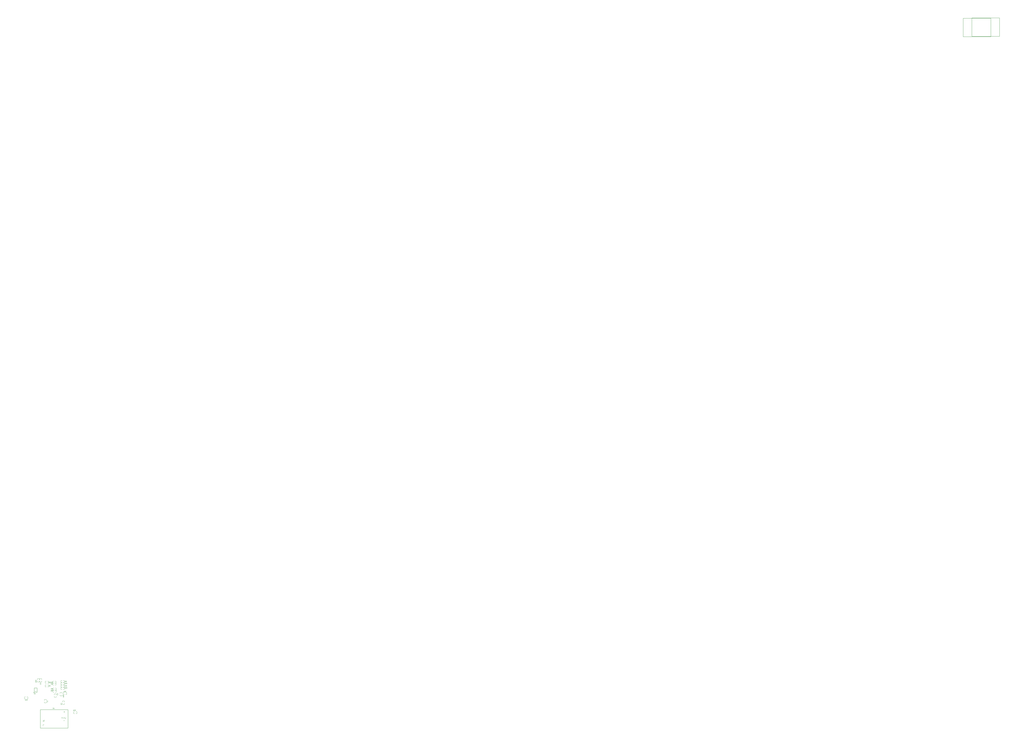
<source format=gbo>
G04 Layer: BottomSilkLayer*
G04 EasyEDA v6.4.19.4, 2021-06-14T19:23:21+03:00*
G04 c287602e535a46618d334795f056a235,b3268d441ec746f5bebdd9f8aa6dfed9,10*
G04 Gerber Generator version 0.2*
G04 Scale: 100 percent, Rotated: No, Reflected: No *
G04 Dimensions in millimeters *
G04 leading zeros omitted , absolute positions ,4 integer and 5 decimal *
%FSLAX45Y45*%
%MOMM*%

%ADD10C,0.2540*%
%ADD32C,0.1999*%
%ADD34C,0.2032*%
%ADD36C,0.1778*%

%LPD*%
D36*
X3862783Y-812779D02*
G01*
X3862783Y-921745D01*
X3862783Y-812779D02*
G01*
X3816047Y-812779D01*
X3800553Y-817859D01*
X3795219Y-822939D01*
X3790139Y-833353D01*
X3790139Y-843767D01*
X3795219Y-854181D01*
X3800553Y-859515D01*
X3816047Y-864595D01*
X3862783Y-864595D01*
X3826461Y-864595D02*
G01*
X3790139Y-921745D01*
X3750515Y-838687D02*
G01*
X3750515Y-833353D01*
X3745435Y-822939D01*
X3740101Y-817859D01*
X3729687Y-812779D01*
X3709113Y-812779D01*
X3698699Y-817859D01*
X3693365Y-822939D01*
X3688285Y-833353D01*
X3688285Y-843767D01*
X3693365Y-854181D01*
X3703779Y-869929D01*
X3755849Y-921745D01*
X3682951Y-921745D01*
X3841551Y-1193779D02*
G01*
X3841551Y-1302745D01*
X3841551Y-1193779D02*
G01*
X3794815Y-1193779D01*
X3779321Y-1198859D01*
X3773987Y-1203939D01*
X3768907Y-1214353D01*
X3768907Y-1224767D01*
X3773987Y-1235181D01*
X3779321Y-1240515D01*
X3794815Y-1245595D01*
X3841551Y-1245595D01*
X3805229Y-1245595D02*
G01*
X3768907Y-1302745D01*
X3734617Y-1214353D02*
G01*
X3724203Y-1209273D01*
X3708455Y-1193779D01*
X3708455Y-1302745D01*
X4096545Y-1523979D02*
G01*
X4096545Y-1632945D01*
X4096545Y-1523979D02*
G01*
X4049809Y-1523979D01*
X4034315Y-1529059D01*
X4028981Y-1534139D01*
X4023901Y-1544553D01*
X4023901Y-1554967D01*
X4028981Y-1565381D01*
X4034315Y-1570715D01*
X4049809Y-1575795D01*
X4096545Y-1575795D01*
X4060223Y-1575795D02*
G01*
X4023901Y-1632945D01*
X3937541Y-1523979D02*
G01*
X3989611Y-1596623D01*
X3911633Y-1596623D01*
X3937541Y-1523979D02*
G01*
X3937541Y-1632945D01*
X4091383Y-812779D02*
G01*
X4091383Y-921745D01*
X4091383Y-812779D02*
G01*
X4044647Y-812779D01*
X4029153Y-817859D01*
X4023819Y-822939D01*
X4018739Y-833353D01*
X4018739Y-843767D01*
X4023819Y-854181D01*
X4029153Y-859515D01*
X4044647Y-864595D01*
X4091383Y-864595D01*
X4055061Y-864595D02*
G01*
X4018739Y-921745D01*
X3921965Y-812779D02*
G01*
X3974035Y-812779D01*
X3979115Y-859515D01*
X3974035Y-854181D01*
X3958287Y-849101D01*
X3942793Y-849101D01*
X3927299Y-854181D01*
X3916885Y-864595D01*
X3911551Y-880089D01*
X3911551Y-890503D01*
X3916885Y-906251D01*
X3927299Y-916665D01*
X3942793Y-921745D01*
X3958287Y-921745D01*
X3974035Y-916665D01*
X3979115Y-911331D01*
X3984449Y-900917D01*
X4086125Y-1727179D02*
G01*
X4086125Y-1836145D01*
X4086125Y-1727179D02*
G01*
X4039389Y-1727179D01*
X4023895Y-1732259D01*
X4018561Y-1737339D01*
X4013481Y-1747753D01*
X4013481Y-1758167D01*
X4018561Y-1768581D01*
X4023895Y-1773915D01*
X4039389Y-1778995D01*
X4086125Y-1778995D01*
X4049803Y-1778995D02*
G01*
X4013481Y-1836145D01*
X3916707Y-1742673D02*
G01*
X3922041Y-1732259D01*
X3937535Y-1727179D01*
X3947949Y-1727179D01*
X3963443Y-1732259D01*
X3973857Y-1747753D01*
X3979191Y-1773915D01*
X3979191Y-1799823D01*
X3973857Y-1820651D01*
X3963443Y-1831065D01*
X3947949Y-1836145D01*
X3942615Y-1836145D01*
X3927121Y-1831065D01*
X3916707Y-1820651D01*
X3911627Y-1804903D01*
X3911627Y-1799823D01*
X3916707Y-1784329D01*
X3927121Y-1773915D01*
X3942615Y-1768581D01*
X3947949Y-1768581D01*
X3963443Y-1773915D01*
X3973857Y-1784329D01*
X3979191Y-1799823D01*
X4065983Y-990579D02*
G01*
X4065983Y-1099545D01*
X4065983Y-990579D02*
G01*
X4019247Y-990579D01*
X4003753Y-995659D01*
X3998419Y-1000739D01*
X3993339Y-1011153D01*
X3993339Y-1021567D01*
X3998419Y-1031981D01*
X4003753Y-1037315D01*
X4019247Y-1042395D01*
X4065983Y-1042395D01*
X4029661Y-1042395D02*
G01*
X3993339Y-1099545D01*
X3886151Y-990579D02*
G01*
X3938221Y-1099545D01*
X3959049Y-990579D02*
G01*
X3886151Y-990579D01*
X2741198Y-978860D02*
G01*
X2730784Y-973526D01*
X2720370Y-963112D01*
X2715290Y-952952D01*
X2715290Y-932124D01*
X2720370Y-921710D01*
X2730784Y-911296D01*
X2741198Y-905962D01*
X2756692Y-900882D01*
X2782600Y-900882D01*
X2798348Y-905962D01*
X2808762Y-911296D01*
X2819176Y-921710D01*
X2824256Y-932124D01*
X2824256Y-952952D01*
X2819176Y-963112D01*
X2808762Y-973526D01*
X2798348Y-978860D01*
X2741198Y-1018230D02*
G01*
X2735864Y-1018230D01*
X2725450Y-1023564D01*
X2720370Y-1028644D01*
X2715290Y-1039058D01*
X2715290Y-1059886D01*
X2720370Y-1070300D01*
X2725450Y-1075380D01*
X2735864Y-1080714D01*
X2746278Y-1080714D01*
X2756692Y-1075380D01*
X2772440Y-1064966D01*
X2824256Y-1013150D01*
X2824256Y-1085794D01*
X3503376Y-2965015D02*
G01*
X3492962Y-2959681D01*
X3482548Y-2949267D01*
X3477468Y-2939107D01*
X3477468Y-2918279D01*
X3482548Y-2907865D01*
X3492962Y-2897451D01*
X3503376Y-2892117D01*
X3518870Y-2887037D01*
X3544778Y-2887037D01*
X3560526Y-2892117D01*
X3570940Y-2897451D01*
X3581354Y-2907865D01*
X3586434Y-2918279D01*
X3586434Y-2939107D01*
X3581354Y-2949267D01*
X3570940Y-2959681D01*
X3560526Y-2965015D01*
X3498042Y-2999305D02*
G01*
X3492962Y-3009719D01*
X3477468Y-3025213D01*
X3586434Y-3025213D01*
X4669027Y-2191765D02*
G01*
X4679441Y-2197100D01*
X4689856Y-2207513D01*
X4694936Y-2217673D01*
X4694936Y-2238502D01*
X4689856Y-2248915D01*
X4679441Y-2259329D01*
X4669027Y-2264663D01*
X4653534Y-2269744D01*
X4627625Y-2269744D01*
X4611877Y-2264663D01*
X4601463Y-2259329D01*
X4591050Y-2248915D01*
X4585970Y-2238502D01*
X4585970Y-2217673D01*
X4591050Y-2207513D01*
X4601463Y-2197100D01*
X4611877Y-2191765D01*
X4694936Y-2147062D02*
G01*
X4694936Y-2089912D01*
X4653534Y-2121154D01*
X4653534Y-2105660D01*
X4648200Y-2095245D01*
X4643120Y-2089912D01*
X4627625Y-2084831D01*
X4617211Y-2084831D01*
X4601463Y-2089912D01*
X4591050Y-2100326D01*
X4585970Y-2116073D01*
X4585970Y-2131568D01*
X4591050Y-2147062D01*
X4596384Y-2152395D01*
X4606797Y-2157476D01*
X5630313Y-705578D02*
G01*
X5630313Y-814544D01*
X5630313Y-705578D02*
G01*
X5583577Y-705578D01*
X5568083Y-710658D01*
X5562749Y-715738D01*
X5557669Y-726152D01*
X5557669Y-736566D01*
X5562749Y-746980D01*
X5568083Y-752314D01*
X5583577Y-757394D01*
X5630313Y-757394D01*
X5593991Y-757394D02*
G01*
X5557669Y-814544D01*
X5455815Y-741900D02*
G01*
X5460895Y-757394D01*
X5471309Y-767808D01*
X5486803Y-772888D01*
X5492137Y-772888D01*
X5507631Y-767808D01*
X5518045Y-757394D01*
X5523379Y-741900D01*
X5523379Y-736566D01*
X5518045Y-721072D01*
X5507631Y-710658D01*
X5492137Y-705578D01*
X5486803Y-705578D01*
X5471309Y-710658D01*
X5460895Y-721072D01*
X5455815Y-741900D01*
X5455815Y-767808D01*
X5460895Y-793716D01*
X5471309Y-809464D01*
X5486803Y-814544D01*
X5497217Y-814544D01*
X5512965Y-809464D01*
X5518045Y-799050D01*
X5683199Y-932378D02*
G01*
X5683199Y-1041344D01*
X5683199Y-932378D02*
G01*
X5636463Y-932378D01*
X5620969Y-937458D01*
X5615635Y-942538D01*
X5610555Y-952952D01*
X5610555Y-963366D01*
X5615635Y-973780D01*
X5620969Y-979114D01*
X5636463Y-984194D01*
X5683199Y-984194D01*
X5646877Y-984194D02*
G01*
X5610555Y-1041344D01*
X5576265Y-952952D02*
G01*
X5565851Y-947872D01*
X5550103Y-932378D01*
X5550103Y-1041344D01*
X5484825Y-932378D02*
G01*
X5500319Y-937458D01*
X5510733Y-952952D01*
X5515813Y-979114D01*
X5515813Y-994608D01*
X5510733Y-1020516D01*
X5500319Y-1036264D01*
X5484825Y-1041344D01*
X5474411Y-1041344D01*
X5458663Y-1036264D01*
X5448249Y-1020516D01*
X5443169Y-994608D01*
X5443169Y-979114D01*
X5448249Y-952952D01*
X5458663Y-937458D01*
X5474411Y-932378D01*
X5484825Y-932378D01*
X5655368Y-1196977D02*
G01*
X5655368Y-1305943D01*
X5655368Y-1196977D02*
G01*
X5608632Y-1196977D01*
X5593138Y-1202057D01*
X5587804Y-1207137D01*
X5582724Y-1217551D01*
X5582724Y-1227965D01*
X5587804Y-1238379D01*
X5593138Y-1243713D01*
X5608632Y-1248793D01*
X5655368Y-1248793D01*
X5619046Y-1248793D02*
G01*
X5582724Y-1305943D01*
X5548434Y-1217551D02*
G01*
X5538020Y-1212471D01*
X5522272Y-1196977D01*
X5522272Y-1305943D01*
X5487982Y-1217551D02*
G01*
X5477568Y-1212471D01*
X5462074Y-1196977D01*
X5462074Y-1305943D01*
X5683199Y-1423776D02*
G01*
X5683199Y-1532742D01*
X5683199Y-1423776D02*
G01*
X5636463Y-1423776D01*
X5620969Y-1428856D01*
X5615635Y-1433936D01*
X5610555Y-1444350D01*
X5610555Y-1454764D01*
X5615635Y-1465178D01*
X5620969Y-1470512D01*
X5636463Y-1475592D01*
X5683199Y-1475592D01*
X5646877Y-1475592D02*
G01*
X5610555Y-1532742D01*
X5576265Y-1444350D02*
G01*
X5565851Y-1439270D01*
X5550103Y-1423776D01*
X5550103Y-1532742D01*
X5510733Y-1449684D02*
G01*
X5510733Y-1444350D01*
X5505399Y-1433936D01*
X5500319Y-1428856D01*
X5489905Y-1423776D01*
X5469077Y-1423776D01*
X5458663Y-1428856D01*
X5453583Y-1433936D01*
X5448249Y-1444350D01*
X5448249Y-1454764D01*
X5453583Y-1465178D01*
X5463997Y-1480926D01*
X5515813Y-1532742D01*
X5443169Y-1532742D01*
X6623786Y-3883761D02*
G01*
X6623786Y-3992727D01*
X6623786Y-3883761D02*
G01*
X6577050Y-3883761D01*
X6561556Y-3888841D01*
X6556222Y-3893921D01*
X6551142Y-3904335D01*
X6551142Y-3914749D01*
X6556222Y-3925163D01*
X6561556Y-3930497D01*
X6577050Y-3935577D01*
X6623786Y-3935577D01*
X6587464Y-3935577D02*
G01*
X6551142Y-3992727D01*
X6516852Y-3904335D02*
G01*
X6506438Y-3899255D01*
X6490690Y-3883761D01*
X6490690Y-3992727D01*
X6404584Y-3883761D02*
G01*
X6456400Y-3956405D01*
X6378676Y-3956405D01*
X6404584Y-3883761D02*
G01*
X6404584Y-3992727D01*
X1317307Y-2746773D02*
G01*
X1317307Y-2855739D01*
X1317307Y-2746773D02*
G01*
X1270571Y-2746773D01*
X1255077Y-2751853D01*
X1249743Y-2756933D01*
X1244663Y-2767347D01*
X1244663Y-2777761D01*
X1249743Y-2788175D01*
X1255077Y-2793509D01*
X1270571Y-2798589D01*
X1317307Y-2798589D01*
X1280985Y-2798589D02*
G01*
X1244663Y-2855739D01*
X1210373Y-2767347D02*
G01*
X1199959Y-2762267D01*
X1184211Y-2746773D01*
X1184211Y-2855739D01*
X1139507Y-2746773D02*
G01*
X1082357Y-2746773D01*
X1113599Y-2788175D01*
X1098105Y-2788175D01*
X1087691Y-2793509D01*
X1082357Y-2798589D01*
X1077277Y-2814083D01*
X1077277Y-2824497D01*
X1082357Y-2840245D01*
X1092771Y-2850659D01*
X1108519Y-2855739D01*
X1124013Y-2855739D01*
X1139507Y-2850659D01*
X1144841Y-2845325D01*
X1149921Y-2834911D01*
X5025364Y-3221380D02*
G01*
X5014950Y-3216046D01*
X5004536Y-3205632D01*
X4999456Y-3195472D01*
X4999456Y-3174644D01*
X5004536Y-3164230D01*
X5014950Y-3153816D01*
X5025364Y-3148482D01*
X5040858Y-3143402D01*
X5066766Y-3143402D01*
X5082514Y-3148482D01*
X5092928Y-3153816D01*
X5103342Y-3164230D01*
X5108422Y-3174644D01*
X5108422Y-3195472D01*
X5103342Y-3205632D01*
X5092928Y-3216046D01*
X5082514Y-3221380D01*
X4999456Y-3307486D02*
G01*
X5072100Y-3255670D01*
X5072100Y-3333648D01*
X4999456Y-3307486D02*
G01*
X5108422Y-3307486D01*
X5344218Y-2484079D02*
G01*
X5235252Y-2484079D01*
X5344218Y-2484079D02*
G01*
X5344218Y-2437343D01*
X5339138Y-2421849D01*
X5334058Y-2416515D01*
X5323644Y-2411435D01*
X5313230Y-2411435D01*
X5302816Y-2416515D01*
X5297482Y-2421849D01*
X5292402Y-2437343D01*
X5292402Y-2484079D01*
X5292402Y-2447757D02*
G01*
X5235252Y-2411435D01*
X5323644Y-2377145D02*
G01*
X5328724Y-2366731D01*
X5344218Y-2350983D01*
X5235252Y-2350983D01*
X5328724Y-2254463D02*
G01*
X5339138Y-2259543D01*
X5344218Y-2275291D01*
X5344218Y-2285705D01*
X5339138Y-2301199D01*
X5323644Y-2311613D01*
X5297482Y-2316693D01*
X5271574Y-2316693D01*
X5250746Y-2311613D01*
X5240332Y-2301199D01*
X5235252Y-2285705D01*
X5235252Y-2280371D01*
X5240332Y-2264877D01*
X5250746Y-2254463D01*
X5266494Y-2249129D01*
X5271574Y-2249129D01*
X5287068Y-2254463D01*
X5297482Y-2264877D01*
X5302816Y-2280371D01*
X5302816Y-2285705D01*
X5297482Y-2301199D01*
X5287068Y-2311613D01*
X5271574Y-2316693D01*
X5569798Y-1814375D02*
G01*
X5569798Y-1923341D01*
X5569798Y-1814375D02*
G01*
X5523062Y-1814375D01*
X5507568Y-1819455D01*
X5502234Y-1824535D01*
X5497154Y-1834949D01*
X5497154Y-1845363D01*
X5502234Y-1855777D01*
X5507568Y-1861111D01*
X5523062Y-1866191D01*
X5569798Y-1866191D01*
X5533476Y-1866191D02*
G01*
X5497154Y-1923341D01*
X5462864Y-1834949D02*
G01*
X5452450Y-1829869D01*
X5436702Y-1814375D01*
X5436702Y-1923341D01*
X5340182Y-1814375D02*
G01*
X5391998Y-1814375D01*
X5397332Y-1861111D01*
X5391998Y-1855777D01*
X5376504Y-1850697D01*
X5361010Y-1850697D01*
X5345262Y-1855777D01*
X5334848Y-1866191D01*
X5329768Y-1881685D01*
X5329768Y-1892099D01*
X5334848Y-1907847D01*
X5345262Y-1918261D01*
X5361010Y-1923341D01*
X5376504Y-1923341D01*
X5391998Y-1918261D01*
X5397332Y-1912927D01*
X5402412Y-1902513D01*
X2223770Y-609600D02*
G01*
X2332736Y-609600D01*
X2223770Y-609600D02*
G01*
X2223770Y-656336D01*
X2228850Y-671829D01*
X2233929Y-677163D01*
X2244344Y-682244D01*
X2254757Y-682244D01*
X2265171Y-677163D01*
X2270505Y-671829D01*
X2275586Y-656336D01*
X2275586Y-609600D01*
X2275586Y-645921D02*
G01*
X2332736Y-682244D01*
X2244344Y-716534D02*
G01*
X2239263Y-726947D01*
X2223770Y-742695D01*
X2332736Y-742695D01*
X2223770Y-802894D02*
G01*
X2228850Y-787400D01*
X2239263Y-782065D01*
X2249678Y-782065D01*
X2260092Y-787400D01*
X2265171Y-797560D01*
X2270505Y-818387D01*
X2275586Y-834136D01*
X2286000Y-844550D01*
X2296413Y-849629D01*
X2311907Y-849629D01*
X2322321Y-844550D01*
X2327655Y-839215D01*
X2332736Y-823721D01*
X2332736Y-802894D01*
X2327655Y-787400D01*
X2322321Y-782065D01*
X2311907Y-776986D01*
X2296413Y-776986D01*
X2286000Y-782065D01*
X2275586Y-792479D01*
X2270505Y-807973D01*
X2265171Y-828802D01*
X2260092Y-839215D01*
X2249678Y-844550D01*
X2239263Y-844550D01*
X2228850Y-839215D01*
X2223770Y-823721D01*
X2223770Y-802894D01*
X2228595Y-2040966D02*
G01*
X2228595Y-2118690D01*
X2223515Y-2134438D01*
X2213102Y-2144852D01*
X2197354Y-2149932D01*
X2186939Y-2149932D01*
X2171445Y-2144852D01*
X2161031Y-2134438D01*
X2155952Y-2118690D01*
X2155952Y-2040966D01*
X2116328Y-2066874D02*
G01*
X2116328Y-2061540D01*
X2111247Y-2051126D01*
X2105913Y-2046046D01*
X2095500Y-2040966D01*
X2074926Y-2040966D01*
X2064512Y-2046046D01*
X2059178Y-2051126D01*
X2054097Y-2061540D01*
X2054097Y-2071954D01*
X2059178Y-2082368D01*
X2069592Y-2098116D01*
X2121662Y-2149932D01*
X2048763Y-2149932D01*
X4300057Y-3672913D02*
G01*
X4300057Y-3750637D01*
X4294977Y-3766385D01*
X4284563Y-3776799D01*
X4268815Y-3781879D01*
X4258401Y-3781879D01*
X4242907Y-3776799D01*
X4232493Y-3766385D01*
X4227413Y-3750637D01*
X4227413Y-3672913D01*
X4130639Y-3672913D02*
G01*
X4182709Y-3672913D01*
X4187789Y-3719649D01*
X4182709Y-3714315D01*
X4166961Y-3709235D01*
X4151467Y-3709235D01*
X4135973Y-3714315D01*
X4125559Y-3724729D01*
X4120225Y-3740223D01*
X4120225Y-3750637D01*
X4125559Y-3766385D01*
X4135973Y-3776799D01*
X4151467Y-3781879D01*
X4166961Y-3781879D01*
X4182709Y-3776799D01*
X4187789Y-3771465D01*
X4193123Y-3761051D01*
D34*
X3053588Y-5698236D02*
G01*
X3053588Y-5504179D01*
X3053588Y-5504179D02*
G01*
X3164586Y-5504179D01*
X3060191Y-5198871D02*
G01*
X3060191Y-5005070D01*
X3060191Y-5198871D02*
G01*
X3189477Y-5005070D01*
X3189477Y-5198871D02*
G01*
X3189477Y-5005070D01*
X5287510Y-5079974D02*
G01*
X5453880Y-5079974D01*
X5148242Y-4847224D02*
G01*
X5148242Y-4680854D01*
X5065184Y-4763912D02*
G01*
X5231554Y-4763912D01*
X5292514Y-4874910D02*
G01*
X5366428Y-4680854D01*
X5440342Y-4874910D02*
G01*
X5366428Y-4680854D01*
X5501302Y-4837826D02*
G01*
X5519590Y-4847224D01*
X5547276Y-4874910D01*
X5547276Y-4680854D01*
X5389793Y-4192160D02*
G01*
X5389793Y-4026044D01*
X5306481Y-4109102D02*
G01*
X5472851Y-4109102D01*
D32*
X3535425Y-734821D02*
G01*
X3667252Y-734821D01*
X3667252Y-941831D01*
X3535425Y-941831D01*
X3422141Y-734821D02*
G01*
X3290061Y-734821D01*
X3290061Y-941831D01*
X3422141Y-941831D01*
X3535425Y-1141221D02*
G01*
X3667252Y-1141221D01*
X3667252Y-1348231D01*
X3535425Y-1348231D01*
X3422141Y-1141221D02*
G01*
X3290061Y-1141221D01*
X3290061Y-1348231D01*
X3422141Y-1348231D01*
X4262627Y-1703831D02*
G01*
X4130547Y-1703831D01*
X4130547Y-1496821D01*
X4262627Y-1496821D01*
X4375658Y-1703831D02*
G01*
X4507738Y-1703831D01*
X4507738Y-1496821D01*
X4375658Y-1496821D01*
X4237227Y-941831D02*
G01*
X4105147Y-941831D01*
X4105147Y-734821D01*
X4237227Y-734821D01*
X4350258Y-941831D02*
G01*
X4482338Y-941831D01*
X4482338Y-734821D01*
X4350258Y-734821D01*
X4262627Y-1932431D02*
G01*
X4130547Y-1932431D01*
X4130547Y-1725421D01*
X4262627Y-1725421D01*
X4375658Y-1932431D02*
G01*
X4507738Y-1932431D01*
X4507738Y-1725421D01*
X4375658Y-1725421D01*
X4237227Y-1145031D02*
G01*
X4105147Y-1145031D01*
X4105147Y-938021D01*
X4237227Y-938021D01*
X4350258Y-1145031D02*
G01*
X4482338Y-1145031D01*
X4482338Y-938021D01*
X4350258Y-938021D01*
X2897631Y-690371D02*
G01*
X2897631Y-822452D01*
X2690622Y-822452D01*
X2690622Y-690371D01*
X2897631Y-577342D02*
G01*
X2897631Y-445262D01*
X2690622Y-445262D01*
X2690622Y-577342D01*
X3197859Y-2873247D02*
G01*
X3197859Y-2741168D01*
X3404870Y-2741168D01*
X3404870Y-2873247D01*
X3197859Y-2986278D02*
G01*
X3197859Y-3118357D01*
X3404870Y-3118357D01*
X3404870Y-2986278D01*
X4290822Y-2256028D02*
G01*
X4290822Y-2123947D01*
X4497831Y-2123947D01*
X4497831Y-2256028D01*
X4290822Y-2369057D02*
G01*
X4290822Y-2501137D01*
X4497831Y-2501137D01*
X4497831Y-2369057D01*
X5262625Y-658621D02*
G01*
X5394452Y-658621D01*
X5394452Y-865631D01*
X5262625Y-865631D01*
X5149341Y-658621D02*
G01*
X5017261Y-658621D01*
X5017261Y-865631D01*
X5149341Y-865631D01*
X5262625Y-912621D02*
G01*
X5394452Y-912621D01*
X5394452Y-1119631D01*
X5262625Y-1119631D01*
X5149341Y-912621D02*
G01*
X5017261Y-912621D01*
X5017261Y-1119631D01*
X5149341Y-1119631D01*
X5262625Y-1166621D02*
G01*
X5394452Y-1166621D01*
X5394452Y-1373631D01*
X5262625Y-1373631D01*
X5149341Y-1166621D02*
G01*
X5017261Y-1166621D01*
X5017261Y-1373631D01*
X5149341Y-1373631D01*
X5262625Y-1420621D02*
G01*
X5394452Y-1420621D01*
X5394452Y-1627631D01*
X5262625Y-1627631D01*
X5149341Y-1420621D02*
G01*
X5017261Y-1420621D01*
X5017261Y-1627631D01*
X5149341Y-1627631D01*
X6543040Y-4303521D02*
G01*
X6410959Y-4303521D01*
X6410959Y-4096512D01*
X6543040Y-4096512D01*
X6656070Y-4303521D02*
G01*
X6788150Y-4303521D01*
X6788150Y-4096512D01*
X6656070Y-4096512D01*
X1249426Y-2462021D02*
G01*
X1381252Y-2462021D01*
X1381252Y-2669031D01*
X1249426Y-2669031D01*
X1136142Y-2462021D02*
G01*
X1004062Y-2462021D01*
X1004062Y-2669031D01*
X1136142Y-2669031D01*
X5403850Y-3157473D02*
G01*
X5403850Y-3289300D01*
X5196840Y-3289300D01*
X5196840Y-3157473D01*
X5403850Y-3044189D02*
G01*
X5403850Y-2912110D01*
X5196840Y-2912110D01*
X5196840Y-3044189D01*
X4925822Y-2103628D02*
G01*
X4925822Y-1971547D01*
X5132831Y-1971547D01*
X5132831Y-2103628D01*
X4925822Y-2216657D02*
G01*
X4925822Y-2348737D01*
X5132831Y-2348737D01*
X5132831Y-2216657D01*
X5516625Y-1979421D02*
G01*
X5648452Y-1979421D01*
X5648452Y-2186431D01*
X5516625Y-2186431D01*
X5403341Y-1979421D02*
G01*
X5271261Y-1979421D01*
X5271261Y-2186431D01*
X5403341Y-2186431D01*
X2643631Y-690626D02*
G01*
X2643631Y-822452D01*
X2436621Y-822452D01*
X2436621Y-690626D01*
X2643631Y-577342D02*
G01*
X2643631Y-445262D01*
X2436621Y-445262D01*
X2436621Y-577342D01*
D10*
X2078736Y-1950720D02*
G01*
X2078736Y-1468120D01*
X2393695Y-1468120D01*
X2393695Y-1950720D01*
X2393695Y-1950720D02*
G01*
X2299715Y-1950720D01*
X2172715Y-1950720D02*
G01*
X2078736Y-1950720D01*
X2746502Y-5900928D02*
G01*
X5794502Y-5900928D01*
X5794502Y-3868928D01*
X2746502Y-3868928D01*
X2746502Y-5900928D01*
X104333548Y70297294D02*
G01*
X107381548Y70297294D01*
X107381548Y72329294D01*
X104333548Y72329294D01*
X104333548Y70297294D01*
X105287063Y70346824D02*
G01*
X108335063Y70346824D01*
X108335063Y72378824D01*
X105287063Y72378824D01*
X105287063Y70346824D01*
G75*
G01*
X2299716Y-1950720D02*
G03*
X2172716Y-1950720I-63500J0D01*
G75*
G01
X2039366Y-1973580D02*
G03X2039366Y-1973580I-19050J0D01*
M02*

</source>
